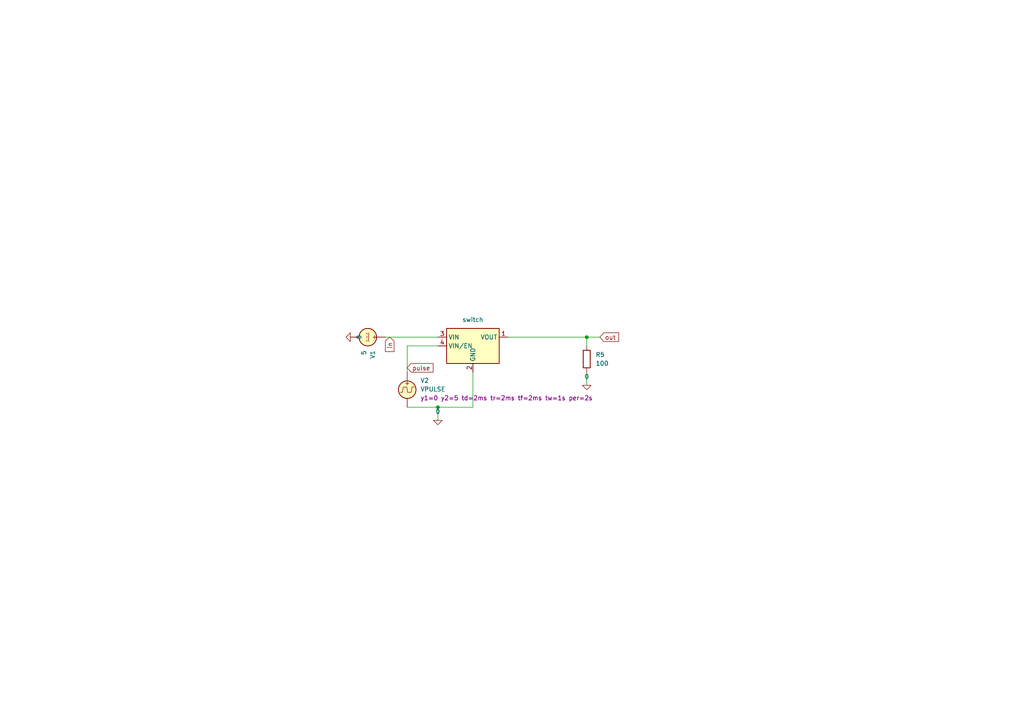
<source format=kicad_sch>
(kicad_sch (version 20230819) (generator eeschema)
  (paper "A4")
  (lib_symbols
    (symbol "Device:R" (pin_numbers hide) (pin_names (offset 0))
      (property "Reference" "R" (at 2.032 0 90))
      (property "Value" "R" (at 0 0 90))
      (symbol "R_0_1"
        (rectangle (start -1.016 -2.54) (end 1.016 2.54) (stroke (width 0.254)))
      )
      (symbol "R_1_1"
        (pin passive line (at 0 3.81 270) (length 1.27) (name "~") (number "1"))
        (pin passive line (at 0 -3.81 90) (length 1.27) (name "~") (number "2"))
      )
    )
    (symbol "Power_Management:RT9701"
      (property "Reference" "U" (at 0 6.35 0))
      (property "Value" "RT9701" (at 5.08 -6.35 0))
      (symbol "RT9701_0_1"
        (rectangle (start -7.62 5.08) (end 7.62 -5.08) (stroke (width 0.254)) (fill (type background)))
      )
      (symbol "RT9701_1_1"
        (pin power_out line (at 10.16 2.54 180) (length 2.54) (name "VOUT") (number "1"))
        (pin power_in line (at 0 -7.62 90) (length 2.54) (name "GND") (number "2"))
        (pin power_in line (at -10.16 2.54 0) (length 2.54) (name "VIN") (number "3"))
        (pin input line (at -10.16 0 0) (length 2.54) (name "VIN/EN") (number "4"))
        (pin passive line (at 10.16 2.54 180) (length 2.54) hide (name "VOUT") (number "5"))
      )
    )
    (symbol "Simulation_SPICE:0" (power) (pin_names (offset 0))
      (property "Value" "0" (at 0 -1.778 0))
      (symbol "0_0_1"
        (polyline (pts (xy -1.27 0) (xy 0 -1.27) (xy 1.27 0) (xy -1.27 0)))
      )
      (symbol "0_1_1"
        (pin power_in line (at 0 0 0) (length 0) hide (name "0") (number "1"))
      )
    )
    (symbol "Simulation_SPICE:VDC" (pin_numbers hide) (pin_names (offset 0.0254))
      (property "Reference" "V" (at 2.54 2.54 0))
      (property "Value" "1" (at 2.54 0 0))
      (symbol "VDC_0_0"
        (polyline (pts (xy -1.27 0.254) (xy 1.27 0.254)))
        (polyline (pts (xy -0.762 -0.254) (xy -1.27 -0.254)))
        (polyline (pts (xy 0.254 -0.254) (xy -0.254 -0.254)))
        (polyline (pts (xy 1.27 -0.254) (xy 0.762 -0.254)))
        (text "+" (at 0 1.905 0) (effects (font (size 1.27 1.27))))
      )
      (symbol "VDC_0_1"
        (circle (center 0 0) (radius 2.54) (stroke (width 0.254)) (fill (type background)))
      )
      (symbol "VDC_1_1"
        (pin passive line (at 0 5.08 270) (length 2.54) (name "~") (number "1"))
        (pin passive line (at 0 -5.08 90) (length 2.54) (name "~") (number "2"))
      )
    )
    (symbol "Simulation_SPICE:VPULSE" (pin_numbers hide) (pin_names (offset 0.0254))
      (property "Reference" "V" (at 2.54 2.54 0))
      (property "Value" "VPULSE" (at 2.54 0 0))
      (property "Sim.Params" "y1=0 y2=1 td=2n tr=2n tf=2n tw=50n per=100n" (at 2.54 -2.54 0))
      (symbol "VPULSE_0_0"
        (polyline (pts (xy -2.032 -0.762) (xy -1.397 -0.762) (xy -1.143 0.762) (xy -0.127 0.762) (xy 0.127 -0.762) (xy 1.143 -0.762) (xy 1.397 0.762) (xy 2.032 0.762)))
        (text "+" (at 0 1.905 0) (effects (font (size 1.27 1.27))))
      )
      (symbol "VPULSE_0_1"
        (circle (center 0 0) (radius 2.54) (stroke (width 0.254)) (fill (type background)))
      )
      (symbol "VPULSE_1_1"
        (pin passive line (at 0 5.08 270) (length 2.54) (name "~") (number "1"))
        (pin passive line (at 0 -5.08 90) (length 2.54) (name "~") (number "2"))
      )
    )
  )
  (junction (at 170.18 97.79))
  (junction (at 127 118.11))
  (wire (pts (xy 118.11 100.33) (xy 118.11 107.95)))
  (wire (pts (xy 111.76 97.79) (xy 127 97.79)))
  (wire (pts (xy 127 121.92) (xy 127 118.11)))
  (wire (pts (xy 147.32 97.79) (xy 170.18 97.79)))
  (wire (pts (xy 170.18 97.79) (xy 173.99 97.79)))
  (wire (pts (xy 137.16 118.11) (xy 137.16 107.95)))
  (wire (pts (xy 127 118.11) (xy 137.16 118.11)))
  (wire (pts (xy 170.18 111.76) (xy 170.18 107.95)))
  (wire (pts (xy 170.18 97.79) (xy 170.18 100.33)))
  (wire (pts (xy 118.11 118.11) (xy 127 118.11)))
  (wire (pts (xy 127 100.33) (xy 118.11 100.33)))
  (global_label "in" (shape input) (at 113.03 97.79 270) (property "Intersheetrefs" "${INTERSHEET_REFS}" (effects hide)))
  (global_label "out" (shape input) (at 173.99 97.79 0) (property "Intersheetrefs" "${INTERSHEET_REFS}" (effects hide)))
  (global_label "pulse" (shape input) (at 118.11 106.68 0) (property "Intersheetrefs" "${INTERSHEET_REFS}" (effects hide)))
  (symbol (lib_id "Power_Management:RT9701") (at 137.16 100.33 0) (unit 1)
    (property "Reference" "U2" (effects hide))
    (property "Value" "switch" (at 137.16 92.71 0))
    (property "Sim.Device" "SW" (effects hide))
    (property "Sim.Type" "V" (effects hide))
    (property "Sim.Pins" "1=no- 2=ctrl- 3=no+ 4=ctrl+" (effects hide))
    (property "Sim.Params" "thr=1 his=0 ron=1 roff=1e+12 ic=off" (effects hide))
  )
  (symbol (lib_id "Simulation_SPICE:0") (at 101.6 97.79 270) (unit 1)
    (property "Reference" "#GND01" (effects hide))
    (property "Value" "0" (at 104.14 97.79 0))
    (property "Description" "0V reference potential for simulation" (effects hide))
  )
  (symbol (lib_id "Device:R") (at 170.18 104.14 0) (unit 1)
    (property "Reference" "R5" (at 172.72 102.8699 0) (effects (justify left)))
    (property "Value" "100" (at 172.72 105.4099 0) (effects (justify left)))
    (property "Description" "Resistor" (effects hide))
  )
  (symbol (lib_id "Simulation_SPICE:0") (at 170.18 111.76 0) (unit 1)
    (property "Reference" "#GND05" (effects hide))
    (property "Value" "0" (at 170.18 109.22 0))
    (property "Description" "0V reference potential for simulation" (effects hide))
  )
  (symbol (lib_id "Simulation_SPICE:VDC") (at 106.68 97.79 270) (unit 1)
    (property "Reference" "V1" (at 108.0799 101.6 0) (effects (justify left)))
    (property "Value" "5" (at 105.5399 101.6 0) (effects (justify left)))
    (property "Description" "Voltage source, DC" (effects hide))
    (property "Sim.Pins" "1=+ 2=-" (effects hide))
    (property "Sim.Type" "DC" (effects hide))
    (property "Sim.Device" "V" (effects hide))
  )
  (symbol (lib_id "Simulation_SPICE:0") (at 127 121.92 0) (unit 1)
    (property "Reference" "#GND02" (effects hide))
    (property "Value" "0" (at 127 119.38 0))
    (property "Description" "0V reference potential for simulation" (effects hide))
  )
  (symbol (lib_id "Simulation_SPICE:VPULSE") (at 118.11 113.03 0) (unit 1)
    (property "Reference" "V2" (at 121.92 110.3601 0) (effects (justify left)))
    (property "Value" "VPULSE" (at 121.92 112.9001 0) (effects (justify left)))
    (property "Description" "Voltage source, pulse" (effects hide))
    (property "Sim.Pins" "1=+ 2=-" (effects hide))
    (property "Sim.Type" "PULSE" (effects hide))
    (property "Sim.Device" "V" (effects hide))
    (property "Sim.Params" "y1=0 y2=5 td=2ms tr=2ms tf=2ms tw=1s per=2s" (at 121.92 115.4401 0) (effects (justify left)))
  )
)
</source>
